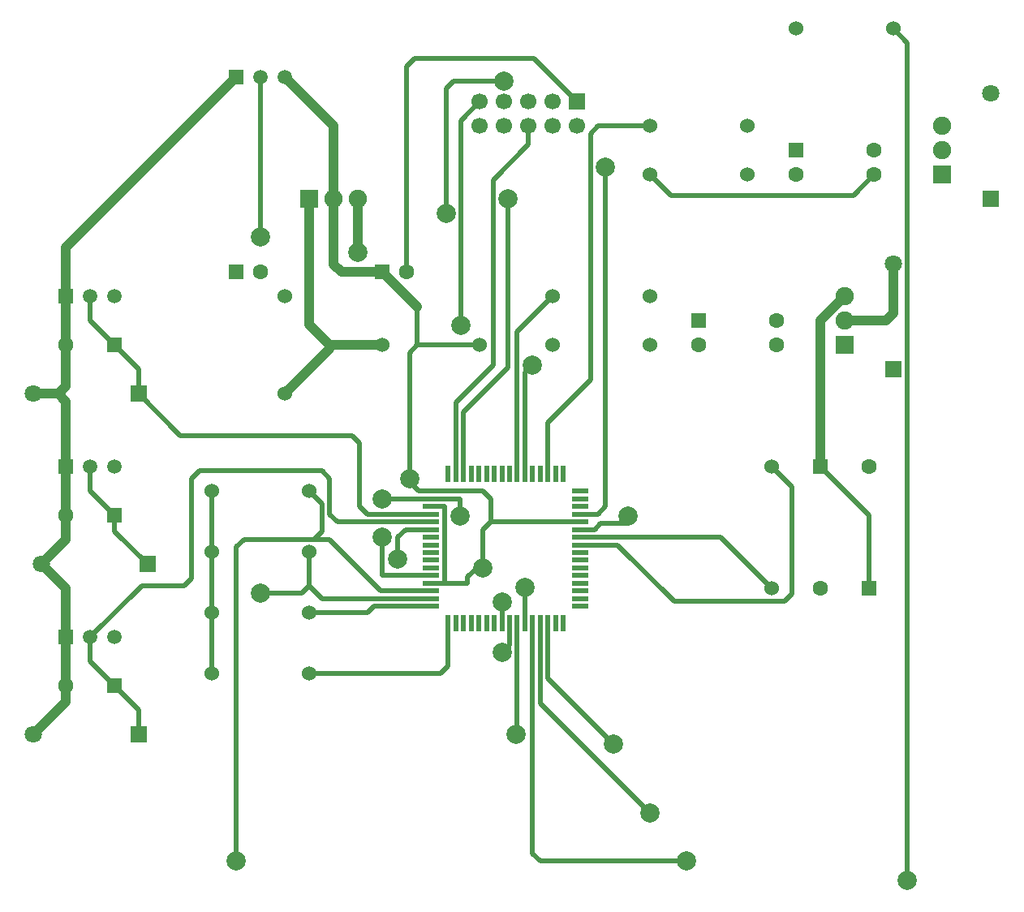
<source format=gbr>
G04 DipTrace 2.4.0.2*
%INBottom.gbr*%
%MOMM*%
%ADD13C,0.5*%
%ADD14C,1.0*%
%ADD15C,1.6*%
%ADD16R,1.6X1.6*%
%ADD17C,1.5*%
%ADD18R,1.9X1.9*%
%ADD19C,1.9*%
%ADD20C,1.6*%
%ADD21C,1.524*%
%ADD22C,1.524*%
%ADD23R,1.7X1.7*%
%ADD24C,1.7*%
%ADD26R,0.5X1.8*%
%ADD27R,1.8X0.5*%
%ADD28R,1.5X1.5*%
%ADD29R,1.8X1.8*%
%ADD30C,1.8*%
%ADD32C,2.0*%
%FSLAX53Y53*%
G04*
G71*
G90*
G75*
G01*
%LNBottom*%
%LPD*%
X78998Y85595D2*
D13*
Y67973D1*
X74368Y63343D1*
Y56865D1*
X81518Y68243D2*
X80768Y67493D1*
Y56865D1*
X74068Y72367D2*
Y93725D1*
X76048Y95705D1*
X89158Y88856D2*
Y53465D1*
X88358Y52665D1*
X86568D1*
X81128Y93165D2*
Y91217D1*
X77448Y87537D1*
Y68193D1*
X73568Y64313D1*
Y56865D1*
X72518Y84045D2*
Y97055D1*
X73318Y97855D1*
X78588D1*
X63348Y85545D2*
D14*
Y80025D1*
X68428Y77925D2*
D13*
Y99405D1*
X69228Y100205D1*
X81708D1*
X86208Y95705D1*
X86568Y51865D2*
X77204D1*
X76404Y51065D1*
Y47091D1*
X77204Y51865D2*
Y54265D1*
X76404Y55065D1*
X70968D1*
X68718Y56377D2*
Y69505D1*
X69518Y70305D1*
Y74295D1*
D14*
X65888Y77925D1*
X48108Y55065D2*
D13*
Y48715D1*
X76404Y47091D2*
X75778D1*
X74778Y46091D1*
Y45465D1*
X72418D1*
Y53465D1*
X70968D1*
X72418Y45465D2*
X70968D1*
X60808Y85545D2*
D14*
Y93165D1*
X55728Y98245D1*
X65888Y77925D2*
X61608D1*
X60808Y78725D1*
Y85545D1*
X69518Y70305D2*
D13*
X76048D1*
X70968Y55065D2*
X69718D1*
X68718Y56065D1*
Y56377D1*
X48108Y42365D2*
Y36015D1*
Y48715D2*
Y42365D1*
X65888Y70305D2*
D14*
X60380D1*
X58268Y72417D1*
Y85545D1*
X60380Y70305D2*
Y69877D1*
X55728Y65225D1*
X93828Y88085D2*
D13*
X95978Y85935D1*
X115048D1*
X117198Y88085D1*
X93828Y93165D2*
X88408D1*
X87608Y92365D1*
Y66679D1*
X83168Y62239D1*
Y56865D1*
X35408Y75385D2*
Y72845D1*
X37948Y70305D1*
X40488Y65225D2*
X44831Y60882D1*
X62740D1*
X63540Y60082D1*
Y53465D1*
X64340Y52665D1*
X70968D1*
X37948Y70305D2*
X40488Y67765D1*
Y65225D1*
X29438Y29665D2*
D14*
X32868Y33095D1*
Y34745D1*
X116688Y44905D2*
D13*
Y52525D1*
X111608Y57605D1*
X73968Y52455D2*
Y54265D1*
X70968D1*
Y46265D2*
X65890D1*
Y50315D1*
X32868Y57605D2*
D14*
Y64425D1*
X32068Y65225D1*
X32868Y66025D1*
Y70305D1*
X86568Y51065D2*
D13*
X88018D1*
X88658Y51705D1*
X91508D1*
Y52455D1*
X32868Y75385D2*
D14*
Y80465D1*
X50648Y98245D1*
X32868Y70305D2*
Y75385D1*
X32068Y65225D2*
X29438D1*
X32868Y52525D2*
Y57605D1*
X30328Y47445D2*
X32868Y49985D1*
Y52525D1*
Y39825D2*
Y44905D1*
X30328Y47445D1*
X32868Y34745D2*
Y39825D1*
X111608Y57605D2*
Y72845D1*
X114148Y75385D1*
X70968Y54265D2*
D13*
X65890D1*
X40488Y29665D2*
Y32205D1*
X37948Y34745D1*
X35408Y39825D2*
X40778Y45195D1*
X45196D1*
X45996Y45995D1*
Y56377D1*
X46796Y57177D1*
X59580D1*
X60380Y56377D1*
Y52665D1*
X61180Y51865D1*
X70968D1*
X37948Y34745D2*
X35408Y37285D1*
Y39825D1*
X41378Y47445D2*
X37948Y50875D1*
Y52525D1*
X67516Y48015D2*
Y50265D1*
X68316Y51065D1*
X70968D1*
X37948Y52525D2*
X35408Y55065D1*
Y57605D1*
X53188Y81575D2*
Y98245D1*
X83668Y75385D2*
X79968Y71685D1*
Y56865D1*
X90018Y28668D2*
X83168Y35518D1*
Y41265D1*
X93828Y21496D2*
X82368Y32956D1*
Y41265D1*
X97638Y16475D2*
X82368D1*
X81568Y17275D1*
Y41265D1*
X80768Y45015D2*
Y41265D1*
X79968D2*
Y29692D1*
X79858D1*
X78418Y38265D2*
X79168Y39015D1*
Y41265D1*
X78368Y43465D2*
Y41265D1*
X120678Y14425D2*
Y101875D1*
X119228Y103325D1*
X58268Y36015D2*
X71968D1*
X72768Y36815D1*
Y41265D1*
X58268Y42365D2*
X64311D1*
X65011Y43065D1*
X70968D1*
X58268Y48715D2*
Y45227D1*
X59630Y43865D1*
X70968D1*
X58268Y45227D2*
X57468Y44427D1*
X53188D1*
X50648Y16475D2*
Y49227D1*
X51448Y50027D1*
X58780D1*
X59580Y50827D1*
Y53753D1*
X58268Y55065D1*
X58780Y50027D2*
X60380D1*
X65742Y44665D1*
X70968D1*
X119228Y78815D2*
D14*
Y73645D1*
X118428Y72845D1*
X114148D1*
X106528Y57605D2*
D13*
X108640Y55493D1*
Y44355D1*
X107840Y43555D1*
X96314D1*
X90404Y49465D1*
X86568D1*
X106528Y44905D2*
X101168Y50265D1*
X86568D1*
D32*
X78998Y85595D3*
X81518Y68243D3*
X74068Y72367D3*
X89158Y88856D3*
X78588Y97855D3*
X63348Y80025D3*
X72518Y84045D3*
X68718Y56377D3*
X76404Y47091D3*
X65890Y54265D3*
Y50315D3*
X73968Y52455D3*
X91508D3*
X67516Y48015D3*
X53188Y81575D3*
X90018Y28668D3*
X93828Y21496D3*
X97638Y16475D3*
X80768Y45015D3*
X79858Y29692D3*
X78418Y38265D3*
X78368Y43465D3*
X120678Y14425D3*
X53188Y44427D3*
X50648Y16475D3*
D15*
X53188Y77925D3*
D16*
X50648D3*
X65888D3*
D15*
X68428D3*
D18*
X58268Y85545D3*
D19*
X60808D3*
X63348D3*
D16*
X109068Y90625D3*
D20*
Y88085D3*
X117198Y90625D3*
Y88085D3*
D18*
X124308D3*
D19*
Y90625D3*
Y93165D3*
D21*
X76048Y70305D3*
D22*
X65888D3*
D21*
X55728Y65225D3*
D22*
Y75385D3*
D21*
X93828Y93165D3*
D22*
X103988D3*
D21*
Y88085D3*
D22*
X93828D3*
D23*
X86208Y95705D3*
D24*
Y93165D3*
X83668Y95705D3*
Y93165D3*
X81128Y95705D3*
Y93165D3*
X78588Y95705D3*
Y93165D3*
X76048Y95705D3*
Y93165D3*
D26*
X72768Y56865D3*
X73568D3*
X74368D3*
X75168D3*
X75968D3*
X76768D3*
X77568D3*
X78368D3*
X79168D3*
X79968D3*
X80768D3*
X81568D3*
X82368D3*
X83168D3*
X83968D3*
X84768D3*
D27*
X86568Y55065D3*
Y54265D3*
Y53465D3*
Y52665D3*
Y51865D3*
Y51065D3*
Y50265D3*
Y49465D3*
Y48665D3*
Y47865D3*
Y47065D3*
Y46265D3*
Y45465D3*
Y44665D3*
Y43865D3*
Y43065D3*
D26*
X84768Y41265D3*
X83968D3*
X83168D3*
X82368D3*
X81568D3*
X80768D3*
X79968D3*
X79168D3*
X78368D3*
X77568D3*
X76768D3*
X75968D3*
X75168D3*
X74368D3*
X73568D3*
X72768D3*
D27*
X70968Y43065D3*
Y43865D3*
Y44665D3*
Y45465D3*
Y46265D3*
Y47065D3*
Y47865D3*
Y48665D3*
Y49465D3*
Y50265D3*
Y51065D3*
Y51865D3*
Y52665D3*
Y53465D3*
Y54265D3*
Y55065D3*
D28*
X32868Y75385D3*
D17*
X35408D3*
X37948D3*
D29*
X40488Y65225D3*
D30*
X29438D3*
D15*
X32868Y70305D3*
D16*
X37948D3*
D28*
X32868Y39825D3*
D17*
X35408D3*
X37948D3*
D29*
X40488Y29665D3*
D30*
X29438D3*
D15*
X32868Y34745D3*
D16*
X37948D3*
D28*
X32868Y57605D3*
D17*
X35408D3*
X37948D3*
D29*
X41378Y47445D3*
D30*
X30328D3*
D15*
X32868Y52525D3*
D16*
X37948D3*
D29*
X129388Y85545D3*
D30*
Y96595D3*
D28*
X50648Y98245D3*
D17*
X53188D3*
X55728D3*
D21*
X119228Y103325D3*
D22*
X109068D3*
D21*
X58268Y36015D3*
D22*
X48108D3*
D21*
X58268Y42365D3*
D22*
X48108D3*
D21*
X58268Y48715D3*
D22*
X48108D3*
D21*
X58268Y55065D3*
D22*
X48108D3*
D16*
X98908Y72845D3*
D20*
Y70305D3*
X107038Y72845D3*
Y70305D3*
D18*
X114148D3*
D19*
Y72845D3*
Y75385D3*
D21*
X83668D3*
D22*
X93828D3*
D21*
X83668Y70305D3*
D22*
X93828D3*
D29*
X119228Y67765D3*
D30*
Y78815D3*
D21*
X106528Y57605D3*
D22*
Y44905D3*
D15*
X116688Y57605D3*
D16*
X111608D3*
D15*
Y44905D3*
D16*
X116688D3*
M02*

</source>
